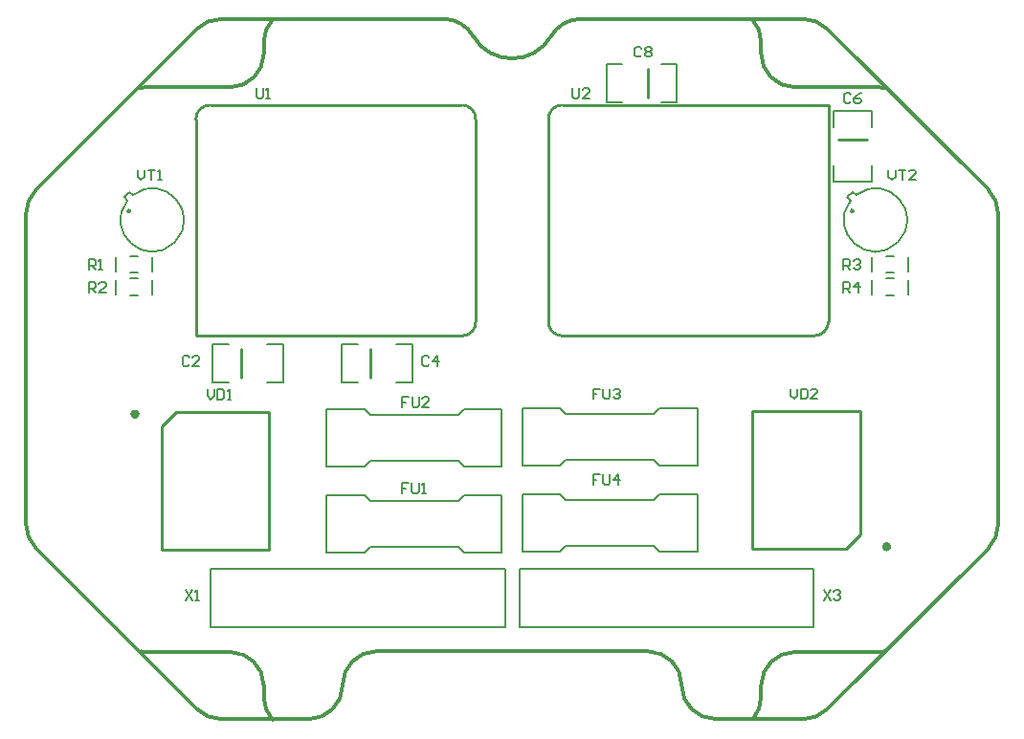
<source format=gto>
G04*
G04 #@! TF.GenerationSoftware,Altium Limited,Altium Designer,20.1.10 (176)*
G04*
G04 Layer_Color=439754*
%FSAX42Y42*%
%MOMM*%
G71*
G04*
G04 #@! TF.SameCoordinates,EC29B362-C5D2-4197-BC47-CE10F38E6FBA*
G04*
G04*
G04 #@! TF.FilePolarity,Positive*
G04*
G01*
G75*
%ADD10C,0.25*%
%ADD11C,0.30*%
%ADD12C,0.40*%
%ADD13C,0.20*%
%ADD14C,0.15*%
%ADD15C,0.20*%
D10*
X009242Y004624D02*
G03*
X009369Y004751I000000J000127D01*
G01*
X007007Y006668D02*
G03*
X006892Y006541I000006J-000121D01*
G01*
X006892Y004751D02*
G03*
X007007Y004624I000121J-000006D01*
G01*
X006247Y006541D02*
G03*
X006133Y006668I-000121J000006D01*
G01*
Y004624D02*
G03*
X006247Y004751I-000006J000121D01*
G01*
X003898Y006668D02*
G03*
X003771Y006541I000000J-000127D01*
G01*
X009588Y005730D02*
G03*
X009588Y005730I-000010J000000D01*
G01*
X003189D02*
G03*
X003189Y005730I-000010J000000D01*
G01*
X009647Y002865D02*
Y003957D01*
X009520Y002738D02*
X009647Y002865D01*
X008695Y002738D02*
X009520D01*
X008695Y003957D02*
X009647D01*
X008695Y002738D02*
Y003957D01*
X009369Y004751D02*
Y006668D01*
X006892Y004751D02*
Y006541D01*
X007019Y004624D02*
X009242D01*
X007019Y006668D02*
X009369D01*
X003771Y004624D02*
Y006541D01*
X006247Y004751D02*
Y006541D01*
X003898Y006668D02*
X006120D01*
X003771Y004624D02*
X006120D01*
X007771Y006734D02*
Y006988D01*
X009453Y006359D02*
X009707D01*
X004176Y004253D02*
Y004507D01*
X005319Y004253D02*
Y004507D01*
X003468Y002729D02*
Y003822D01*
X003595Y003949D01*
X004420D01*
X003468Y002729D02*
X004420D01*
Y003949D01*
D11*
X009817Y001825D02*
G03*
X009864Y001828I000000J000300D01*
G01*
X008702Y001232D02*
G03*
X008773Y001425I-000230J000193D01*
G01*
X007176Y007430D02*
G03*
X006916Y007280I000000J-000300D01*
G01*
X004073Y006825D02*
G03*
X004373Y007125I000000J000300D01*
G01*
X006224Y007280D02*
G03*
X005964Y007430I-000260J-000150D01*
G01*
X009073Y001825D02*
G03*
X008773Y001525I000000J-000300D01*
G01*
X008070Y001530D02*
G03*
X008370Y001230I000300J000000D01*
G01*
X004770D02*
G03*
X005070Y001530I000000J000300D01*
G01*
X008773Y007125D02*
G03*
X009073Y006825I000300J000000D01*
G01*
X009879Y006818D02*
G03*
X009817Y006825I-000062J-000293D01*
G01*
X003782Y001318D02*
G03*
X003994Y001230I000212J000212D01*
G01*
X002358Y005918D02*
G03*
X002270Y005706I000212J-000212D01*
G01*
X009146Y001230D02*
G03*
X009358Y001318I000000J000300D01*
G01*
X004373Y001525D02*
G03*
X004073Y001825I-000300J000000D01*
G01*
X003328Y006825D02*
G03*
X003261Y006817I000000J-000300D01*
G01*
X010782Y002742D02*
G03*
X010870Y002954I-000212J000212D01*
G01*
X004373Y001425D02*
G03*
X004450Y001224I000300J000000D01*
G01*
X009358Y007342D02*
G03*
X009146Y007430I-000212J-000212D01*
G01*
X002270Y002954D02*
G03*
X002358Y002742I000300J000000D01*
G01*
X006224Y007280D02*
G03*
X006916Y007280I000346J000200D01*
G01*
X008070Y001530D02*
G03*
X007770Y001830I-000300J000000D01*
G01*
X010870Y005706D02*
G03*
X010782Y005918I-000300J000000D01*
G01*
X003276Y001829D02*
G03*
X003328Y001825I000052J000295D01*
G01*
X004450Y007425D02*
G03*
X004373Y007225I000223J-000201D01*
G01*
X003994Y007430D02*
G03*
X003782Y007342I000000J-000300D01*
G01*
X005370Y001830D02*
G03*
X005070Y001530I000000J-000300D01*
G01*
X008773Y007225D02*
G03*
X008694Y007427I-000300J000000D01*
G01*
X009358Y001318D02*
X010782Y002742D01*
X010870Y002954D02*
Y005706D01*
X007176Y007430D02*
X009146D01*
X002358Y002742D02*
X003782Y001318D01*
X003994Y007430D02*
X005964D01*
X003328Y006825D02*
X004073D01*
X005370Y001830D02*
X007770D01*
X004373Y001425D02*
Y001525D01*
X003994Y001230D02*
X004770D01*
X009073Y001825D02*
X009817D01*
X009358Y007342D02*
X010782Y005918D01*
X002270Y002954D02*
Y005706D01*
X002358Y005918D02*
X003782Y007342D01*
X009073Y006825D02*
X009817D01*
X003328Y001825D02*
X004073D01*
X004373Y007125D02*
Y007225D01*
X008773Y001425D02*
Y001525D01*
X008370Y001230D02*
X009146D01*
X008773Y007125D02*
Y007225D01*
D12*
X009903Y002757D02*
G03*
X009903Y002757I-000020J000000D01*
G01*
X003253Y003930D02*
G03*
X003253Y003930I-000020J000000D01*
G01*
D13*
X009564Y005821D02*
G03*
X009615Y005871I000221J-000171D01*
G01*
X003165Y005821D02*
G03*
X003215Y005871I000221J-000171D01*
G01*
X009535Y005850D02*
X009564Y005821D01*
X009535Y005850D02*
X009585Y005900D01*
X009585D01*
X009614Y005871D01*
X008025Y006691D02*
Y007031D01*
X007886D02*
X008025D01*
X007886Y006691D02*
X008025D01*
X007403D02*
Y007031D01*
Y006691D02*
X007543D01*
X007403Y007031D02*
X007543D01*
X006506Y002048D02*
Y002558D01*
X003905D02*
X006506D01*
X003903Y002048D02*
X006506D01*
X003903D02*
Y002557D01*
X006633Y002048D02*
Y002558D01*
Y002048D02*
X009234D01*
X006633Y002558D02*
X009237D01*
Y002049D02*
Y002558D01*
X009410Y006613D02*
X009750D01*
X009410Y006474D02*
Y006613D01*
X009750Y006474D02*
Y006613D01*
X009410Y005991D02*
X009750D01*
Y006131D01*
X009410Y005991D02*
Y006131D01*
X003922Y004210D02*
Y004550D01*
Y004210D02*
X004062D01*
X003922Y004550D02*
X004062D01*
X004544Y004210D02*
Y004550D01*
X004405D02*
X004544D01*
X004405Y004210D02*
X004544D01*
X005065D02*
Y004550D01*
Y004210D02*
X005204D01*
X005065Y004550D02*
X005204D01*
X005687Y004210D02*
Y004550D01*
X005547D02*
X005687D01*
X005547Y004210D02*
X005687D01*
X007043Y003930D02*
X007818D01*
X007043Y003524D02*
X007818D01*
X008212Y003473D02*
Y003981D01*
X003136Y005850D02*
X003165Y005821D01*
X003136Y005850D02*
X003186Y005900D01*
X003186D01*
X003215Y005871D01*
X005317Y002757D02*
X006091D01*
X005317Y003163D02*
X006091D01*
X004923Y002706D02*
Y003214D01*
Y003468D02*
Y003976D01*
X005317Y003925D02*
X006091D01*
X005317Y003519D02*
X006091D01*
X007043Y003168D02*
X007818D01*
X007043Y002761D02*
X007818D01*
X008212Y002711D02*
Y003219D01*
X007345Y004156D02*
X007285D01*
Y004111D01*
X007315D01*
X007285D01*
Y004066D01*
X007375Y004156D02*
Y004081D01*
X007390Y004066D01*
X007420D01*
X007435Y004081D01*
Y004156D01*
X007465Y004141D02*
X007480Y004156D01*
X007510D01*
X007525Y004141D01*
Y004126D01*
X007510Y004111D01*
X007495D01*
X007510D01*
X007525Y004096D01*
Y004081D01*
X007510Y004066D01*
X007480D01*
X007465Y004081D01*
X005656Y004081D02*
X005596D01*
Y004036D01*
X005626D01*
X005596D01*
Y003991D01*
X005686Y004081D02*
Y004006D01*
X005701Y003991D01*
X005731D01*
X005746Y004006D01*
Y004081D01*
X005836Y003991D02*
X005776D01*
X005836Y004051D01*
Y004066D01*
X005821Y004081D01*
X005791D01*
X005776Y004066D01*
X005655Y003320D02*
X005595D01*
Y003275D01*
X005625D01*
X005595D01*
Y003230D01*
X005684Y003320D02*
Y003245D01*
X005699Y003230D01*
X005729D01*
X005744Y003245D01*
Y003320D01*
X005774Y003230D02*
X005804D01*
X005789D01*
Y003320D01*
X005774Y003305D01*
X007103Y006817D02*
Y006743D01*
X007118Y006728D01*
X007148D01*
X007163Y006743D01*
Y006817D01*
X007252Y006728D02*
X007192D01*
X007252Y006787D01*
Y006802D01*
X007237Y006817D01*
X007207D01*
X007192Y006802D01*
X009325Y002375D02*
X009385Y002285D01*
Y002375D02*
X009325Y002285D01*
X009415Y002360D02*
X009430Y002375D01*
X009460D01*
X009475Y002360D01*
Y002345D01*
X009460Y002330D01*
X009445D01*
X009460D01*
X009475Y002315D01*
Y002300D01*
X009460Y002285D01*
X009430D01*
X009415Y002300D01*
X003873Y004153D02*
Y004093D01*
X003903Y004063D01*
X003933Y004093D01*
Y004153D01*
X003963D02*
Y004063D01*
X004007D01*
X004022Y004078D01*
Y004138D01*
X004007Y004153D01*
X003963D01*
X004052Y004063D02*
X004082D01*
X004067D01*
Y004153D01*
X004052Y004138D01*
X003680Y002375D02*
X003740Y002285D01*
Y002375D02*
X003680Y002285D01*
X003770D02*
X003800D01*
X003785D01*
Y002375D01*
X003770Y002360D01*
X004308Y006817D02*
Y006743D01*
X004323Y006728D01*
X004353D01*
X004367Y006743D01*
Y006817D01*
X004397Y006728D02*
X004427D01*
X004412D01*
Y006817D01*
X004397Y006802D01*
X009900Y006095D02*
Y006035D01*
X009930Y006005D01*
X009960Y006035D01*
Y006095D01*
X009990D02*
X010050D01*
X010020D01*
Y006005D01*
X010140D02*
X010080D01*
X010140Y006065D01*
Y006080D01*
X010125Y006095D01*
X010095D01*
X010080Y006080D01*
X003258Y006095D02*
Y006035D01*
X003288Y006005D01*
X003318Y006035D01*
Y006095D01*
X003348D02*
X003407D01*
X003377D01*
Y006005D01*
X003437D02*
X003467D01*
X003452D01*
Y006095D01*
X003437Y006080D01*
X009033Y004156D02*
Y004096D01*
X009063Y004066D01*
X009093Y004096D01*
Y004156D01*
X009123D02*
Y004066D01*
X009167D01*
X009182Y004081D01*
Y004141D01*
X009167Y004156D01*
X009123D01*
X009272Y004066D02*
X009212D01*
X009272Y004126D01*
Y004141D01*
X009257Y004156D01*
X009227D01*
X009212Y004141D01*
X009500Y005010D02*
Y005100D01*
X009545D01*
X009560Y005085D01*
Y005055D01*
X009545Y005040D01*
X009500D01*
X009530D02*
X009560Y005010D01*
X009635D02*
Y005100D01*
X009590Y005055D01*
X009650D01*
X002825Y005010D02*
Y005100D01*
X002870D01*
X002885Y005085D01*
Y005055D01*
X002870Y005040D01*
X002825D01*
X002855D02*
X002885Y005010D01*
X002975D02*
X002915D01*
X002975Y005070D01*
Y005085D01*
X002960Y005100D01*
X002930D01*
X002915Y005085D01*
X009500Y005210D02*
Y005300D01*
X009545D01*
X009560Y005285D01*
Y005255D01*
X009545Y005240D01*
X009500D01*
X009530D02*
X009560Y005210D01*
X009590Y005285D02*
X009605Y005300D01*
X009635D01*
X009650Y005285D01*
Y005270D01*
X009635Y005255D01*
X009620D01*
X009635D01*
X009650Y005240D01*
Y005225D01*
X009635Y005210D01*
X009605D01*
X009590Y005225D01*
X002823Y005210D02*
Y005300D01*
X002868D01*
X002883Y005285D01*
Y005255D01*
X002868Y005240D01*
X002823D01*
X002853D02*
X002883Y005210D01*
X002913D02*
X002943D01*
X002928D01*
Y005300D01*
X002913Y005285D01*
X007345Y003395D02*
X007285D01*
Y003350D01*
X007315D01*
X007285D01*
Y003305D01*
X007375Y003395D02*
Y003320D01*
X007390Y003305D01*
X007420D01*
X007435Y003320D01*
Y003395D01*
X007510Y003305D02*
Y003395D01*
X007465Y003350D01*
X007525D01*
X007715Y007170D02*
X007700Y007185D01*
X007670D01*
X007655Y007170D01*
Y007110D01*
X007670Y007095D01*
X007700D01*
X007715Y007110D01*
X007745Y007170D02*
X007760Y007185D01*
X007790D01*
X007805Y007170D01*
Y007155D01*
X007790Y007140D01*
X007805Y007125D01*
Y007110D01*
X007790Y007095D01*
X007760D01*
X007745Y007110D01*
Y007125D01*
X007760Y007140D01*
X007745Y007155D01*
Y007170D01*
X007760Y007140D02*
X007790D01*
X005835Y004430D02*
X005820Y004445D01*
X005790D01*
X005775Y004430D01*
Y004370D01*
X005790Y004355D01*
X005820D01*
X005835Y004370D01*
X005910Y004355D02*
Y004445D01*
X005865Y004400D01*
X005925D01*
X009565Y006760D02*
X009550Y006775D01*
X009520D01*
X009505Y006760D01*
Y006700D01*
X009520Y006685D01*
X009550D01*
X009565Y006700D01*
X009655Y006775D02*
X009625Y006760D01*
X009595Y006730D01*
Y006700D01*
X009610Y006685D01*
X009640D01*
X009655Y006700D01*
Y006715D01*
X009640Y006730D01*
X009595D01*
X003714Y004430D02*
X003699Y004445D01*
X003669D01*
X003654Y004430D01*
Y004370D01*
X003669Y004355D01*
X003699D01*
X003714Y004370D01*
X003804Y004355D02*
X003744D01*
X003804Y004415D01*
Y004430D01*
X003789Y004445D01*
X003759D01*
X003744Y004430D01*
D14*
X009883Y005181D02*
X009947D01*
X009883Y005333D02*
X009947D01*
X010074Y005193D02*
Y005320D01*
X009756Y005193D02*
Y005320D01*
Y004993D02*
Y005120D01*
X010074Y004993D02*
Y005120D01*
X009883Y005133D02*
X009947D01*
X009883Y004981D02*
X009947D01*
X003383Y005193D02*
Y005320D01*
X003066Y005193D02*
Y005320D01*
X003193Y005181D02*
X003256D01*
X003193Y005333D02*
X003256D01*
X003383Y004993D02*
Y005120D01*
X003066Y004993D02*
Y005120D01*
X003193Y004981D02*
X003256D01*
X003193Y005133D02*
X003256D01*
D15*
X007818Y003930D02*
X007869Y003981D01*
X007818Y003524D02*
X007869Y003473D01*
X006662D02*
X006993D01*
X006662Y003981D02*
X006993D01*
X006662Y003473D02*
Y003981D01*
X006993D02*
X007043Y003930D01*
X007869Y003981D02*
X008212D01*
X006993Y003473D02*
X007043Y003524D01*
X007869Y003473D02*
X008212D01*
X005266Y002706D02*
X005317Y002757D01*
X005266Y003214D02*
X005317Y003163D01*
X006142Y003214D02*
X006472D01*
X006142Y002706D02*
X006472D01*
Y003214D01*
X006091Y002757D02*
X006142Y002706D01*
X004923D02*
X005266D01*
X006091Y003163D02*
X006142Y003214D01*
X004923D02*
X005266D01*
X004923Y003976D02*
X005266D01*
X006091Y003925D02*
X006142Y003976D01*
X004923Y003468D02*
X005266D01*
X006091Y003519D02*
X006142Y003468D01*
X006472D02*
Y003976D01*
X006142Y003468D02*
X006472D01*
X006142Y003976D02*
X006472D01*
X005266D02*
X005317Y003925D01*
X005266Y003468D02*
X005317Y003519D01*
X007818Y003168D02*
X007869Y003219D01*
X007818Y002761D02*
X007869Y002711D01*
X006662D02*
X006993D01*
X006662Y003219D02*
X006993D01*
X006662Y002711D02*
Y003219D01*
X006993D02*
X007043Y003168D01*
X007869Y003219D02*
X008212D01*
X006993Y002711D02*
X007043Y002761D01*
X007869Y002711D02*
X008212D01*
M02*

</source>
